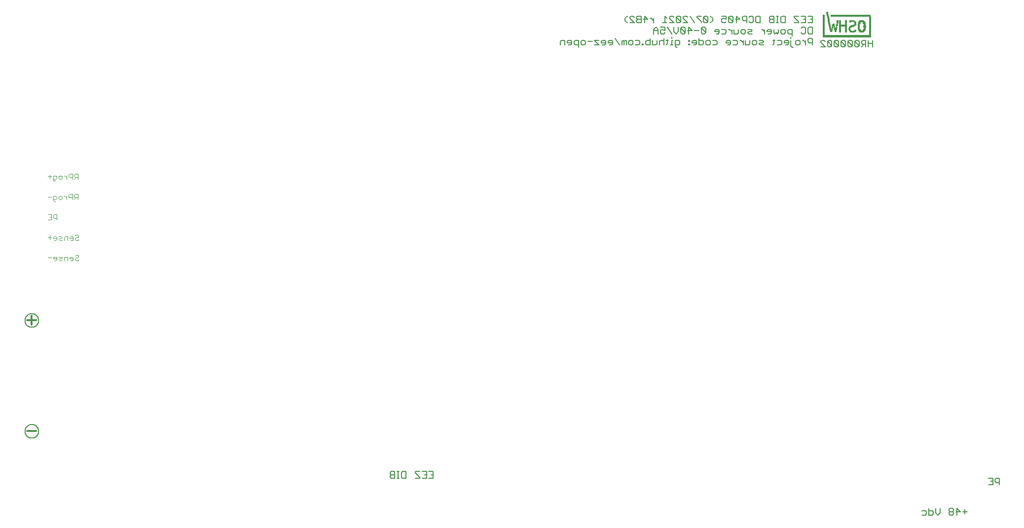
<source format=gbo>
G75*
%MOIN*%
%OFA0B0*%
%FSLAX25Y25*%
%IPPOS*%
%LPD*%
%AMOC8*
5,1,8,0,0,1.08239X$1,22.5*
%
%ADD10C,0.00500*%
%ADD11C,0.00400*%
%ADD12C,0.00800*%
%ADD13C,0.01200*%
%ADD14R,0.32700X0.00300*%
%ADD15R,0.01500X0.00300*%
%ADD16R,0.02700X0.00300*%
%ADD17R,0.03000X0.00300*%
%ADD18R,0.03600X0.00300*%
%ADD19R,0.04200X0.00300*%
%ADD20R,0.04800X0.00300*%
%ADD21R,0.04500X0.00300*%
%ADD22R,0.02100X0.00300*%
%ADD23R,0.01800X0.00300*%
%ADD24R,0.01200X0.00300*%
%ADD25R,0.00600X0.00300*%
%ADD26R,0.00900X0.00300*%
%ADD27R,0.02400X0.00300*%
%ADD28R,0.03300X0.00300*%
%ADD29R,0.05400X0.00300*%
%ADD30R,0.03900X0.00300*%
%ADD31R,0.27000X0.00300*%
%ADD32C,0.00600*%
D10*
X0365802Y0688450D02*
X0368054Y0688450D01*
X0368054Y0692954D01*
X0365802Y0692954D01*
X0365052Y0692203D01*
X0365052Y0691453D01*
X0365802Y0690702D01*
X0368054Y0690702D01*
X0365802Y0690702D02*
X0365052Y0689951D01*
X0365052Y0689201D01*
X0365802Y0688450D01*
X0369622Y0688450D02*
X0371124Y0688450D01*
X0370373Y0688450D02*
X0370373Y0692954D01*
X0371124Y0692954D02*
X0369622Y0692954D01*
X0372725Y0692203D02*
X0373476Y0692954D01*
X0375727Y0692954D01*
X0375727Y0688450D01*
X0373476Y0688450D01*
X0372725Y0689201D01*
X0372725Y0692203D01*
X0381933Y0692203D02*
X0384935Y0689201D01*
X0384935Y0688450D01*
X0381933Y0688450D01*
X0381933Y0692203D02*
X0381933Y0692954D01*
X0384935Y0692954D01*
X0386537Y0692954D02*
X0389539Y0692954D01*
X0389539Y0688450D01*
X0386537Y0688450D01*
X0388038Y0690702D02*
X0389539Y0690702D01*
X0391141Y0692954D02*
X0394143Y0692954D01*
X0394143Y0688450D01*
X0391141Y0688450D01*
X0392642Y0690702D02*
X0394143Y0690702D01*
X0480115Y0981700D02*
X0480115Y0983952D01*
X0480865Y0984703D01*
X0483117Y0984703D01*
X0483117Y0981700D01*
X0484719Y0983201D02*
X0487721Y0983201D01*
X0487721Y0982451D02*
X0487721Y0983952D01*
X0486971Y0984703D01*
X0485469Y0984703D01*
X0484719Y0983952D01*
X0484719Y0983201D01*
X0485469Y0981700D02*
X0486971Y0981700D01*
X0487721Y0982451D01*
X0489323Y0982451D02*
X0490073Y0981700D01*
X0492325Y0981700D01*
X0492325Y0980199D02*
X0492325Y0984703D01*
X0490073Y0984703D01*
X0489323Y0983952D01*
X0489323Y0982451D01*
X0493926Y0982451D02*
X0493926Y0983952D01*
X0494677Y0984703D01*
X0496178Y0984703D01*
X0496929Y0983952D01*
X0496929Y0982451D01*
X0496178Y0981700D01*
X0494677Y0981700D01*
X0493926Y0982451D01*
X0498530Y0983952D02*
X0501533Y0983952D01*
X0503134Y0984703D02*
X0506137Y0981700D01*
X0503134Y0981700D01*
X0503134Y0984703D02*
X0506137Y0984703D01*
X0507738Y0983952D02*
X0507738Y0983201D01*
X0510741Y0983201D01*
X0510741Y0982451D02*
X0510741Y0983952D01*
X0509990Y0984703D01*
X0508489Y0984703D01*
X0507738Y0983952D01*
X0508489Y0981700D02*
X0509990Y0981700D01*
X0510741Y0982451D01*
X0512342Y0983201D02*
X0515345Y0983201D01*
X0515345Y0982451D02*
X0515345Y0983952D01*
X0514594Y0984703D01*
X0513093Y0984703D01*
X0512342Y0983952D01*
X0512342Y0983201D01*
X0513093Y0981700D02*
X0514594Y0981700D01*
X0515345Y0982451D01*
X0516946Y0986204D02*
X0519949Y0981700D01*
X0521550Y0981700D02*
X0521550Y0983952D01*
X0522301Y0984703D01*
X0523051Y0983952D01*
X0523051Y0981700D01*
X0524553Y0981700D02*
X0524553Y0984703D01*
X0523802Y0984703D01*
X0523051Y0983952D01*
X0526154Y0983952D02*
X0526905Y0984703D01*
X0528406Y0984703D01*
X0529157Y0983952D01*
X0529157Y0982451D01*
X0528406Y0981700D01*
X0526905Y0981700D01*
X0526154Y0982451D01*
X0526154Y0983952D01*
X0530758Y0984703D02*
X0533010Y0984703D01*
X0533760Y0983952D01*
X0533760Y0982451D01*
X0533010Y0981700D01*
X0530758Y0981700D01*
X0535312Y0981700D02*
X0536062Y0981700D01*
X0536062Y0982451D01*
X0535312Y0982451D01*
X0535312Y0981700D01*
X0537664Y0982451D02*
X0537664Y0983952D01*
X0538414Y0984703D01*
X0540666Y0984703D01*
X0540666Y0986204D02*
X0540666Y0981700D01*
X0538414Y0981700D01*
X0537664Y0982451D01*
X0542268Y0981700D02*
X0542268Y0984703D01*
X0545270Y0984703D02*
X0545270Y0982451D01*
X0544520Y0981700D01*
X0542268Y0981700D01*
X0546872Y0981700D02*
X0546872Y0983952D01*
X0547622Y0984703D01*
X0549124Y0984703D01*
X0549874Y0983952D01*
X0551442Y0984703D02*
X0552943Y0984703D01*
X0552193Y0985453D02*
X0552193Y0982451D01*
X0551442Y0981700D01*
X0549874Y0981700D02*
X0549874Y0986204D01*
X0549891Y0989200D02*
X0550641Y0989951D01*
X0549891Y0989200D02*
X0548390Y0989200D01*
X0547639Y0989951D01*
X0547639Y0991452D01*
X0548390Y0992203D01*
X0549140Y0992203D01*
X0550641Y0991452D01*
X0550641Y0993704D01*
X0547639Y0993704D01*
X0546038Y0992203D02*
X0544536Y0993704D01*
X0543035Y0992203D01*
X0543035Y0989200D01*
X0543035Y0991452D02*
X0546038Y0991452D01*
X0546038Y0992203D02*
X0546038Y0989200D01*
X0552243Y0993704D02*
X0555245Y0989200D01*
X0556847Y0990701D02*
X0556847Y0993704D01*
X0556780Y0996700D02*
X0553777Y0999703D01*
X0553777Y1000453D01*
X0554528Y1001204D01*
X0556029Y1001204D01*
X0556780Y1000453D01*
X0558381Y1000453D02*
X0561384Y0997451D01*
X0560633Y0996700D01*
X0559132Y0996700D01*
X0558381Y0997451D01*
X0558381Y1000453D01*
X0559132Y1001204D01*
X0560633Y1001204D01*
X0561384Y1000453D01*
X0561384Y0997451D01*
X0562985Y0996700D02*
X0565988Y0996700D01*
X0562985Y0999703D01*
X0562985Y1000453D01*
X0563736Y1001204D01*
X0565237Y1001204D01*
X0565988Y1000453D01*
X0567589Y1001204D02*
X0570592Y0996700D01*
X0572193Y1000453D02*
X0575196Y0997451D01*
X0575196Y0996700D01*
X0576797Y0997451D02*
X0577548Y0996700D01*
X0579049Y0996700D01*
X0579800Y0997451D01*
X0576797Y1000453D01*
X0576797Y0997451D01*
X0576797Y1000453D02*
X0577548Y1001204D01*
X0579049Y1001204D01*
X0579800Y1000453D01*
X0579800Y0997451D01*
X0581368Y0996700D02*
X0582869Y0998201D01*
X0582869Y0999703D01*
X0581368Y1001204D01*
X0575196Y1001204D02*
X0572193Y1001204D01*
X0572193Y1000453D01*
X0576013Y0993704D02*
X0575262Y0992953D01*
X0578265Y0989951D01*
X0577514Y0989200D01*
X0576013Y0989200D01*
X0575262Y0989951D01*
X0575262Y0992953D01*
X0576013Y0993704D02*
X0577514Y0993704D01*
X0578265Y0992953D01*
X0578265Y0989951D01*
X0573661Y0991452D02*
X0570659Y0991452D01*
X0569057Y0991452D02*
X0566055Y0991452D01*
X0564453Y0992953D02*
X0563703Y0993704D01*
X0562201Y0993704D01*
X0561451Y0992953D01*
X0564453Y0989951D01*
X0563703Y0989200D01*
X0562201Y0989200D01*
X0561451Y0989951D01*
X0561451Y0992953D01*
X0559849Y0993704D02*
X0559849Y0990701D01*
X0558348Y0989200D01*
X0556847Y0990701D01*
X0555262Y0986954D02*
X0555262Y0986204D01*
X0555262Y0984703D02*
X0555262Y0981700D01*
X0556013Y0981700D02*
X0554511Y0981700D01*
X0555262Y0984703D02*
X0556013Y0984703D01*
X0557614Y0984703D02*
X0559866Y0984703D01*
X0560617Y0983952D01*
X0560617Y0982451D01*
X0559866Y0981700D01*
X0557614Y0981700D01*
X0557614Y0980949D02*
X0557614Y0984703D01*
X0557614Y0980949D02*
X0558365Y0980199D01*
X0559115Y0980199D01*
X0566772Y0981700D02*
X0567523Y0981700D01*
X0567523Y0982451D01*
X0566772Y0982451D01*
X0566772Y0981700D01*
X0566772Y0983952D02*
X0567523Y0983952D01*
X0567523Y0984703D01*
X0566772Y0984703D01*
X0566772Y0983952D01*
X0569124Y0983952D02*
X0569124Y0983201D01*
X0572126Y0983201D01*
X0572126Y0982451D02*
X0572126Y0983952D01*
X0571376Y0984703D01*
X0569875Y0984703D01*
X0569124Y0983952D01*
X0569875Y0981700D02*
X0571376Y0981700D01*
X0572126Y0982451D01*
X0573728Y0981700D02*
X0575980Y0981700D01*
X0576730Y0982451D01*
X0576730Y0983952D01*
X0575980Y0984703D01*
X0573728Y0984703D01*
X0573728Y0986204D02*
X0573728Y0981700D01*
X0578332Y0982451D02*
X0578332Y0983952D01*
X0579082Y0984703D01*
X0580584Y0984703D01*
X0581334Y0983952D01*
X0581334Y0982451D01*
X0580584Y0981700D01*
X0579082Y0981700D01*
X0578332Y0982451D01*
X0582936Y0981700D02*
X0585188Y0981700D01*
X0585938Y0982451D01*
X0585938Y0983952D01*
X0585188Y0984703D01*
X0582936Y0984703D01*
X0585221Y0989200D02*
X0586722Y0989200D01*
X0587473Y0989951D01*
X0587473Y0991452D01*
X0586722Y0992203D01*
X0585221Y0992203D01*
X0584470Y0991452D01*
X0584470Y0990701D01*
X0587473Y0990701D01*
X0589074Y0989200D02*
X0591326Y0989200D01*
X0592077Y0989951D01*
X0592077Y0991452D01*
X0591326Y0992203D01*
X0589074Y0992203D01*
X0589825Y0996700D02*
X0591326Y0996700D01*
X0592077Y0997451D01*
X0592077Y0998952D02*
X0590576Y0999703D01*
X0589825Y0999703D01*
X0589074Y0998952D01*
X0589074Y0997451D01*
X0589825Y0996700D01*
X0592077Y0998952D02*
X0592077Y1001204D01*
X0589074Y1001204D01*
X0593678Y1000453D02*
X0596681Y0997451D01*
X0595930Y0996700D01*
X0594429Y0996700D01*
X0593678Y0997451D01*
X0593678Y1000453D01*
X0594429Y1001204D01*
X0595930Y1001204D01*
X0596681Y1000453D01*
X0596681Y0997451D01*
X0598282Y0998952D02*
X0601285Y0998952D01*
X0599033Y1001204D01*
X0599033Y0996700D01*
X0602886Y0998952D02*
X0603637Y0998201D01*
X0605889Y0998201D01*
X0605889Y0996700D02*
X0605889Y1001204D01*
X0603637Y1001204D01*
X0602886Y1000453D01*
X0602886Y0998952D01*
X0607490Y1000453D02*
X0608241Y1001204D01*
X0609742Y1001204D01*
X0610492Y1000453D01*
X0610492Y0997451D01*
X0609742Y0996700D01*
X0608241Y0996700D01*
X0607490Y0997451D01*
X0612094Y0997451D02*
X0612094Y1000453D01*
X0612845Y1001204D01*
X0615096Y1001204D01*
X0615096Y0996700D01*
X0612845Y0996700D01*
X0612094Y0997451D01*
X0608975Y0992203D02*
X0606723Y0992203D01*
X0607473Y0990701D02*
X0608975Y0990701D01*
X0609725Y0991452D01*
X0608975Y0992203D01*
X0607473Y0990701D02*
X0606723Y0989951D01*
X0607473Y0989200D01*
X0609725Y0989200D01*
X0610543Y0984703D02*
X0612044Y0984703D01*
X0612794Y0983952D01*
X0612794Y0982451D01*
X0612044Y0981700D01*
X0610543Y0981700D01*
X0609792Y0982451D01*
X0609792Y0983952D01*
X0610543Y0984703D01*
X0608191Y0984703D02*
X0608191Y0982451D01*
X0607440Y0981700D01*
X0605188Y0981700D01*
X0605188Y0984703D01*
X0603587Y0984703D02*
X0603587Y0981700D01*
X0603587Y0983201D02*
X0602085Y0984703D01*
X0601335Y0984703D01*
X0599750Y0983952D02*
X0599750Y0982451D01*
X0598999Y0981700D01*
X0596747Y0981700D01*
X0595146Y0982451D02*
X0595146Y0983952D01*
X0594395Y0984703D01*
X0592894Y0984703D01*
X0592144Y0983952D01*
X0592144Y0983201D01*
X0595146Y0983201D01*
X0595146Y0982451D02*
X0594395Y0981700D01*
X0592894Y0981700D01*
X0596747Y0984703D02*
X0598999Y0984703D01*
X0599750Y0983952D01*
X0599767Y0989200D02*
X0597515Y0989200D01*
X0597515Y0992203D01*
X0595913Y0992203D02*
X0595913Y0989200D01*
X0595913Y0990701D02*
X0594412Y0992203D01*
X0593661Y0992203D01*
X0599767Y0989200D02*
X0600517Y0989951D01*
X0600517Y0992203D01*
X0602119Y0991452D02*
X0602869Y0992203D01*
X0604371Y0992203D01*
X0605121Y0991452D01*
X0605121Y0989951D01*
X0604371Y0989200D01*
X0602869Y0989200D01*
X0602119Y0989951D01*
X0602119Y0991452D01*
X0615914Y0992203D02*
X0616664Y0992203D01*
X0618166Y0990701D01*
X0618166Y0989200D02*
X0618166Y0992203D01*
X0619767Y0991452D02*
X0619767Y0990701D01*
X0622770Y0990701D01*
X0622770Y0989951D02*
X0622770Y0991452D01*
X0622019Y0992203D01*
X0620518Y0992203D01*
X0619767Y0991452D01*
X0620518Y0989200D02*
X0622019Y0989200D01*
X0622770Y0989951D01*
X0624371Y0989951D02*
X0624371Y0992203D01*
X0624371Y0989951D02*
X0625122Y0989200D01*
X0625872Y0989951D01*
X0626623Y0989200D01*
X0627374Y0989951D01*
X0627374Y0992203D01*
X0628975Y0991452D02*
X0629726Y0992203D01*
X0631227Y0992203D01*
X0631977Y0991452D01*
X0631977Y0989951D01*
X0631227Y0989200D01*
X0629726Y0989200D01*
X0628975Y0989951D01*
X0628975Y0991452D01*
X0633579Y0991452D02*
X0633579Y0989951D01*
X0634329Y0989200D01*
X0636581Y0989200D01*
X0636581Y0987699D02*
X0636581Y0992203D01*
X0634329Y0992203D01*
X0633579Y0991452D01*
X0635847Y0986954D02*
X0635847Y0986204D01*
X0635847Y0984703D02*
X0635847Y0980949D01*
X0636598Y0980199D01*
X0637349Y0980199D01*
X0638950Y0982451D02*
X0638950Y0983952D01*
X0639701Y0984703D01*
X0641202Y0984703D01*
X0641953Y0983952D01*
X0641953Y0982451D01*
X0641202Y0981700D01*
X0639701Y0981700D01*
X0638950Y0982451D01*
X0634279Y0982451D02*
X0634279Y0983952D01*
X0633529Y0984703D01*
X0632028Y0984703D01*
X0631277Y0983952D01*
X0631277Y0983201D01*
X0634279Y0983201D01*
X0634279Y0982451D02*
X0633529Y0981700D01*
X0632028Y0981700D01*
X0629676Y0982451D02*
X0628925Y0981700D01*
X0626673Y0981700D01*
X0624321Y0982451D02*
X0623570Y0981700D01*
X0624321Y0982451D02*
X0624321Y0985453D01*
X0625072Y0984703D02*
X0623570Y0984703D01*
X0626673Y0984703D02*
X0628925Y0984703D01*
X0629676Y0983952D01*
X0629676Y0982451D01*
X0643537Y0984703D02*
X0644288Y0984703D01*
X0645789Y0983201D01*
X0645789Y0981700D02*
X0645789Y0984703D01*
X0647391Y0985453D02*
X0647391Y0983952D01*
X0648141Y0983201D01*
X0650393Y0983201D01*
X0650393Y0981700D02*
X0650393Y0986204D01*
X0648141Y0986204D01*
X0647391Y0985453D01*
X0648141Y0989200D02*
X0647391Y0989951D01*
X0647391Y0992953D01*
X0648141Y0993704D01*
X0650393Y0993704D01*
X0650393Y0989200D01*
X0648141Y0989200D01*
X0645789Y0989951D02*
X0645039Y0989200D01*
X0643537Y0989200D01*
X0642787Y0989951D01*
X0642787Y0992953D02*
X0643537Y0993704D01*
X0645039Y0993704D01*
X0645789Y0992953D01*
X0645789Y0989951D01*
X0645789Y0996700D02*
X0642787Y0996700D01*
X0641185Y0996700D02*
X0638183Y0996700D01*
X0641185Y0996700D02*
X0641185Y0997451D01*
X0638183Y1000453D01*
X0638183Y1001204D01*
X0641185Y1001204D01*
X0642787Y1001204D02*
X0645789Y1001204D01*
X0645789Y0996700D01*
X0647391Y0996700D02*
X0650393Y0996700D01*
X0650393Y1001204D01*
X0647391Y1001204D01*
X0648892Y0998952D02*
X0650393Y0998952D01*
X0645789Y0998952D02*
X0644288Y0998952D01*
X0631977Y1001204D02*
X0629726Y1001204D01*
X0628975Y1000453D01*
X0628975Y0997451D01*
X0629726Y0996700D01*
X0631977Y0996700D01*
X0631977Y1001204D01*
X0627374Y1001204D02*
X0625872Y1001204D01*
X0626623Y1001204D02*
X0626623Y0996700D01*
X0627374Y0996700D02*
X0625872Y0996700D01*
X0624304Y0996700D02*
X0622052Y0996700D01*
X0621302Y0997451D01*
X0621302Y0998201D01*
X0622052Y0998952D01*
X0624304Y0998952D01*
X0622052Y0998952D02*
X0621302Y0999703D01*
X0621302Y1000453D01*
X0622052Y1001204D01*
X0624304Y1001204D01*
X0624304Y0996700D01*
X0616648Y0984703D02*
X0614396Y0984703D01*
X0615146Y0983201D02*
X0616648Y0983201D01*
X0617398Y0983952D01*
X0616648Y0984703D01*
X0615146Y0983201D02*
X0614396Y0982451D01*
X0615146Y0981700D01*
X0617398Y0981700D01*
X0569057Y0991452D02*
X0566805Y0993704D01*
X0566805Y0989200D01*
X0564453Y0989951D02*
X0564453Y0992953D01*
X0556780Y0996700D02*
X0553777Y0996700D01*
X0552176Y0996700D02*
X0549174Y0996700D01*
X0550675Y0996700D02*
X0550675Y1001204D01*
X0552176Y0999703D01*
X0542968Y0999703D02*
X0542968Y0996700D01*
X0542968Y0998201D02*
X0541467Y0999703D01*
X0540716Y0999703D01*
X0539132Y0998952D02*
X0536129Y0998952D01*
X0534528Y0998952D02*
X0532276Y0998952D01*
X0531525Y0998201D01*
X0531525Y0997451D01*
X0532276Y0996700D01*
X0534528Y0996700D01*
X0534528Y1001204D01*
X0532276Y1001204D01*
X0531525Y1000453D01*
X0531525Y0999703D01*
X0532276Y0998952D01*
X0529924Y1000453D02*
X0529173Y1001204D01*
X0527672Y1001204D01*
X0526921Y1000453D01*
X0526921Y0999703D01*
X0529924Y0996700D01*
X0526921Y0996700D01*
X0525320Y0996700D02*
X0523819Y0998201D01*
X0523819Y0999703D01*
X0525320Y1001204D01*
X0536880Y1001204D02*
X0539132Y0998952D01*
X0536880Y0996700D02*
X0536880Y1001204D01*
X0769237Y0688554D02*
X0772239Y0688554D01*
X0772239Y0684050D01*
X0769237Y0684050D01*
X0770738Y0686302D02*
X0772239Y0686302D01*
X0773841Y0686302D02*
X0774591Y0685551D01*
X0776843Y0685551D01*
X0776843Y0684050D02*
X0776843Y0688554D01*
X0774591Y0688554D01*
X0773841Y0687803D01*
X0773841Y0686302D01*
X0753476Y0667287D02*
X0753476Y0664285D01*
X0754977Y0665786D02*
X0751974Y0665786D01*
X0750373Y0665786D02*
X0747371Y0665786D01*
X0745769Y0665036D02*
X0745019Y0665786D01*
X0743517Y0665786D01*
X0742767Y0665036D01*
X0742767Y0664285D01*
X0743517Y0663534D01*
X0745019Y0663534D01*
X0745769Y0664285D01*
X0745769Y0665036D01*
X0745019Y0665786D02*
X0745769Y0666537D01*
X0745769Y0667287D01*
X0745019Y0668038D01*
X0743517Y0668038D01*
X0742767Y0667287D01*
X0742767Y0666537D01*
X0743517Y0665786D01*
X0748121Y0663534D02*
X0748121Y0668038D01*
X0750373Y0665786D01*
X0736561Y0665036D02*
X0735060Y0663534D01*
X0733559Y0665036D01*
X0733559Y0668038D01*
X0731957Y0665786D02*
X0731207Y0666537D01*
X0728955Y0666537D01*
X0728955Y0668038D02*
X0728955Y0663534D01*
X0731207Y0663534D01*
X0731957Y0664285D01*
X0731957Y0665786D01*
X0727353Y0665786D02*
X0727353Y0664285D01*
X0726603Y0663534D01*
X0724351Y0663534D01*
X0724351Y0666537D02*
X0726603Y0666537D01*
X0727353Y0665786D01*
X0736561Y0665036D02*
X0736561Y0668038D01*
D11*
X0154492Y0836451D02*
X0153892Y0835850D01*
X0152691Y0835850D01*
X0152090Y0836451D01*
X0152090Y0837051D01*
X0152691Y0837652D01*
X0153892Y0837652D01*
X0154492Y0838252D01*
X0154492Y0838853D01*
X0153892Y0839453D01*
X0152691Y0839453D01*
X0152090Y0838853D01*
X0150809Y0837652D02*
X0150208Y0838252D01*
X0149007Y0838252D01*
X0148407Y0837652D01*
X0148407Y0837051D01*
X0150809Y0837051D01*
X0150809Y0836451D02*
X0150809Y0837652D01*
X0150809Y0836451D02*
X0150208Y0835850D01*
X0149007Y0835850D01*
X0147126Y0835850D02*
X0147126Y0838252D01*
X0145324Y0838252D01*
X0144724Y0837652D01*
X0144724Y0835850D01*
X0143443Y0835850D02*
X0141641Y0835850D01*
X0141041Y0836451D01*
X0141641Y0837051D01*
X0142842Y0837051D01*
X0143443Y0837652D01*
X0142842Y0838252D01*
X0141041Y0838252D01*
X0139759Y0837652D02*
X0139159Y0838252D01*
X0137958Y0838252D01*
X0137357Y0837652D01*
X0137357Y0837051D01*
X0139759Y0837051D01*
X0139759Y0836451D02*
X0139759Y0837652D01*
X0139759Y0836451D02*
X0139159Y0835850D01*
X0137958Y0835850D01*
X0136076Y0837652D02*
X0133674Y0837652D01*
X0134875Y0850201D02*
X0134875Y0852603D01*
X0136076Y0851402D02*
X0133674Y0851402D01*
X0137357Y0851402D02*
X0137357Y0850801D01*
X0139759Y0850801D01*
X0139759Y0850201D02*
X0139759Y0851402D01*
X0139159Y0852002D01*
X0137958Y0852002D01*
X0137357Y0851402D01*
X0137958Y0849600D02*
X0139159Y0849600D01*
X0139759Y0850201D01*
X0141041Y0850201D02*
X0141641Y0850801D01*
X0142842Y0850801D01*
X0143443Y0851402D01*
X0142842Y0852002D01*
X0141041Y0852002D01*
X0141041Y0850201D02*
X0141641Y0849600D01*
X0143443Y0849600D01*
X0144724Y0849600D02*
X0144724Y0851402D01*
X0145324Y0852002D01*
X0147126Y0852002D01*
X0147126Y0849600D01*
X0148407Y0850801D02*
X0150809Y0850801D01*
X0150809Y0850201D02*
X0150809Y0851402D01*
X0150208Y0852002D01*
X0149007Y0852002D01*
X0148407Y0851402D01*
X0148407Y0850801D01*
X0149007Y0849600D02*
X0150208Y0849600D01*
X0150809Y0850201D01*
X0152090Y0850201D02*
X0152691Y0849600D01*
X0153892Y0849600D01*
X0154492Y0850201D01*
X0153892Y0851402D02*
X0152691Y0851402D01*
X0152090Y0850801D01*
X0152090Y0850201D01*
X0153892Y0851402D02*
X0154492Y0852002D01*
X0154492Y0852603D01*
X0153892Y0853203D01*
X0152691Y0853203D01*
X0152090Y0852603D01*
X0139759Y0863350D02*
X0139759Y0866953D01*
X0137958Y0866953D01*
X0137357Y0866353D01*
X0137357Y0865152D01*
X0137958Y0864551D01*
X0139759Y0864551D01*
X0136076Y0865152D02*
X0134875Y0865152D01*
X0133674Y0866953D02*
X0136076Y0866953D01*
X0136076Y0863350D01*
X0133674Y0863350D01*
X0137958Y0875899D02*
X0137357Y0876499D01*
X0137357Y0879502D01*
X0139159Y0879502D01*
X0139759Y0878902D01*
X0139759Y0877701D01*
X0139159Y0877100D01*
X0137357Y0877100D01*
X0137958Y0875899D02*
X0138558Y0875899D01*
X0141041Y0877701D02*
X0141041Y0878902D01*
X0141641Y0879502D01*
X0142842Y0879502D01*
X0143443Y0878902D01*
X0143443Y0877701D01*
X0142842Y0877100D01*
X0141641Y0877100D01*
X0141041Y0877701D01*
X0144710Y0879502D02*
X0145311Y0879502D01*
X0146512Y0878301D01*
X0146512Y0877100D02*
X0146512Y0879502D01*
X0147793Y0878902D02*
X0148394Y0878301D01*
X0150195Y0878301D01*
X0150195Y0877100D02*
X0150195Y0880703D01*
X0148394Y0880703D01*
X0147793Y0880103D01*
X0147793Y0878902D01*
X0151476Y0878902D02*
X0152077Y0878301D01*
X0153878Y0878301D01*
X0152677Y0878301D02*
X0151476Y0877100D01*
X0151476Y0878902D02*
X0151476Y0880103D01*
X0152077Y0880703D01*
X0153878Y0880703D01*
X0153878Y0877100D01*
X0153878Y0890850D02*
X0153878Y0894453D01*
X0152077Y0894453D01*
X0151476Y0893853D01*
X0151476Y0892652D01*
X0152077Y0892051D01*
X0153878Y0892051D01*
X0152677Y0892051D02*
X0151476Y0890850D01*
X0150195Y0890850D02*
X0150195Y0894453D01*
X0148394Y0894453D01*
X0147793Y0893853D01*
X0147793Y0892652D01*
X0148394Y0892051D01*
X0150195Y0892051D01*
X0146512Y0892051D02*
X0145311Y0893252D01*
X0144710Y0893252D01*
X0143443Y0892652D02*
X0143443Y0891451D01*
X0142842Y0890850D01*
X0141641Y0890850D01*
X0141041Y0891451D01*
X0141041Y0892652D01*
X0141641Y0893252D01*
X0142842Y0893252D01*
X0143443Y0892652D01*
X0146512Y0893252D02*
X0146512Y0890850D01*
X0139759Y0891451D02*
X0139159Y0890850D01*
X0137357Y0890850D01*
X0137357Y0890249D02*
X0137357Y0893252D01*
X0139159Y0893252D01*
X0139759Y0892652D01*
X0139759Y0891451D01*
X0138558Y0889649D02*
X0137958Y0889649D01*
X0137357Y0890249D01*
X0136076Y0892652D02*
X0133674Y0892652D01*
X0134875Y0893853D02*
X0134875Y0891451D01*
X0136076Y0878902D02*
X0133674Y0878902D01*
D12*
X0118243Y0795300D02*
X0118245Y0795435D01*
X0118251Y0795570D01*
X0118261Y0795705D01*
X0118275Y0795839D01*
X0118292Y0795973D01*
X0118314Y0796106D01*
X0118340Y0796239D01*
X0118369Y0796371D01*
X0118403Y0796501D01*
X0118440Y0796631D01*
X0118481Y0796760D01*
X0118526Y0796887D01*
X0118574Y0797013D01*
X0118626Y0797138D01*
X0118682Y0797261D01*
X0118741Y0797382D01*
X0118804Y0797502D01*
X0118871Y0797619D01*
X0118940Y0797735D01*
X0119014Y0797849D01*
X0119090Y0797960D01*
X0119170Y0798069D01*
X0119253Y0798176D01*
X0119339Y0798280D01*
X0119428Y0798381D01*
X0119519Y0798480D01*
X0119614Y0798576D01*
X0119712Y0798670D01*
X0119812Y0798760D01*
X0119915Y0798848D01*
X0120020Y0798932D01*
X0120128Y0799014D01*
X0120238Y0799092D01*
X0120351Y0799166D01*
X0120465Y0799238D01*
X0120582Y0799306D01*
X0120701Y0799371D01*
X0120821Y0799432D01*
X0120943Y0799489D01*
X0121067Y0799543D01*
X0121192Y0799594D01*
X0121319Y0799640D01*
X0121447Y0799683D01*
X0121577Y0799722D01*
X0121707Y0799757D01*
X0121838Y0799789D01*
X0121970Y0799816D01*
X0122103Y0799840D01*
X0122237Y0799860D01*
X0122371Y0799876D01*
X0122506Y0799888D01*
X0122640Y0799896D01*
X0122775Y0799900D01*
X0122911Y0799900D01*
X0123046Y0799896D01*
X0123180Y0799888D01*
X0123315Y0799876D01*
X0123449Y0799860D01*
X0123583Y0799840D01*
X0123716Y0799816D01*
X0123848Y0799789D01*
X0123979Y0799757D01*
X0124109Y0799722D01*
X0124239Y0799683D01*
X0124367Y0799640D01*
X0124494Y0799594D01*
X0124619Y0799543D01*
X0124743Y0799489D01*
X0124865Y0799432D01*
X0124985Y0799371D01*
X0125104Y0799306D01*
X0125221Y0799238D01*
X0125335Y0799166D01*
X0125448Y0799092D01*
X0125558Y0799014D01*
X0125666Y0798932D01*
X0125771Y0798848D01*
X0125874Y0798760D01*
X0125974Y0798670D01*
X0126072Y0798576D01*
X0126167Y0798480D01*
X0126258Y0798381D01*
X0126347Y0798280D01*
X0126433Y0798176D01*
X0126516Y0798069D01*
X0126596Y0797960D01*
X0126672Y0797849D01*
X0126746Y0797735D01*
X0126815Y0797619D01*
X0126882Y0797502D01*
X0126945Y0797382D01*
X0127004Y0797261D01*
X0127060Y0797138D01*
X0127112Y0797013D01*
X0127160Y0796887D01*
X0127205Y0796760D01*
X0127246Y0796631D01*
X0127283Y0796501D01*
X0127317Y0796371D01*
X0127346Y0796239D01*
X0127372Y0796106D01*
X0127394Y0795973D01*
X0127411Y0795839D01*
X0127425Y0795705D01*
X0127435Y0795570D01*
X0127441Y0795435D01*
X0127443Y0795300D01*
X0127441Y0795165D01*
X0127435Y0795030D01*
X0127425Y0794895D01*
X0127411Y0794761D01*
X0127394Y0794627D01*
X0127372Y0794494D01*
X0127346Y0794361D01*
X0127317Y0794229D01*
X0127283Y0794099D01*
X0127246Y0793969D01*
X0127205Y0793840D01*
X0127160Y0793713D01*
X0127112Y0793587D01*
X0127060Y0793462D01*
X0127004Y0793339D01*
X0126945Y0793218D01*
X0126882Y0793098D01*
X0126815Y0792981D01*
X0126746Y0792865D01*
X0126672Y0792751D01*
X0126596Y0792640D01*
X0126516Y0792531D01*
X0126433Y0792424D01*
X0126347Y0792320D01*
X0126258Y0792219D01*
X0126167Y0792120D01*
X0126072Y0792024D01*
X0125974Y0791930D01*
X0125874Y0791840D01*
X0125771Y0791752D01*
X0125666Y0791668D01*
X0125558Y0791586D01*
X0125448Y0791508D01*
X0125335Y0791434D01*
X0125221Y0791362D01*
X0125104Y0791294D01*
X0124985Y0791229D01*
X0124865Y0791168D01*
X0124743Y0791111D01*
X0124619Y0791057D01*
X0124494Y0791006D01*
X0124367Y0790960D01*
X0124239Y0790917D01*
X0124109Y0790878D01*
X0123979Y0790843D01*
X0123848Y0790811D01*
X0123716Y0790784D01*
X0123583Y0790760D01*
X0123449Y0790740D01*
X0123315Y0790724D01*
X0123180Y0790712D01*
X0123046Y0790704D01*
X0122911Y0790700D01*
X0122775Y0790700D01*
X0122640Y0790704D01*
X0122506Y0790712D01*
X0122371Y0790724D01*
X0122237Y0790740D01*
X0122103Y0790760D01*
X0121970Y0790784D01*
X0121838Y0790811D01*
X0121707Y0790843D01*
X0121577Y0790878D01*
X0121447Y0790917D01*
X0121319Y0790960D01*
X0121192Y0791006D01*
X0121067Y0791057D01*
X0120943Y0791111D01*
X0120821Y0791168D01*
X0120701Y0791229D01*
X0120582Y0791294D01*
X0120465Y0791362D01*
X0120351Y0791434D01*
X0120238Y0791508D01*
X0120128Y0791586D01*
X0120020Y0791668D01*
X0119915Y0791752D01*
X0119812Y0791840D01*
X0119712Y0791930D01*
X0119614Y0792024D01*
X0119519Y0792120D01*
X0119428Y0792219D01*
X0119339Y0792320D01*
X0119253Y0792424D01*
X0119170Y0792531D01*
X0119090Y0792640D01*
X0119014Y0792751D01*
X0118940Y0792865D01*
X0118871Y0792981D01*
X0118804Y0793098D01*
X0118741Y0793218D01*
X0118682Y0793339D01*
X0118626Y0793462D01*
X0118574Y0793587D01*
X0118526Y0793713D01*
X0118481Y0793840D01*
X0118440Y0793969D01*
X0118403Y0794099D01*
X0118369Y0794229D01*
X0118340Y0794361D01*
X0118314Y0794494D01*
X0118292Y0794627D01*
X0118275Y0794761D01*
X0118261Y0794895D01*
X0118251Y0795030D01*
X0118245Y0795165D01*
X0118243Y0795300D01*
X0118243Y0720300D02*
X0118245Y0720435D01*
X0118251Y0720570D01*
X0118261Y0720705D01*
X0118275Y0720839D01*
X0118292Y0720973D01*
X0118314Y0721106D01*
X0118340Y0721239D01*
X0118369Y0721371D01*
X0118403Y0721501D01*
X0118440Y0721631D01*
X0118481Y0721760D01*
X0118526Y0721887D01*
X0118574Y0722013D01*
X0118626Y0722138D01*
X0118682Y0722261D01*
X0118741Y0722382D01*
X0118804Y0722502D01*
X0118871Y0722619D01*
X0118940Y0722735D01*
X0119014Y0722849D01*
X0119090Y0722960D01*
X0119170Y0723069D01*
X0119253Y0723176D01*
X0119339Y0723280D01*
X0119428Y0723381D01*
X0119519Y0723480D01*
X0119614Y0723576D01*
X0119712Y0723670D01*
X0119812Y0723760D01*
X0119915Y0723848D01*
X0120020Y0723932D01*
X0120128Y0724014D01*
X0120238Y0724092D01*
X0120351Y0724166D01*
X0120465Y0724238D01*
X0120582Y0724306D01*
X0120701Y0724371D01*
X0120821Y0724432D01*
X0120943Y0724489D01*
X0121067Y0724543D01*
X0121192Y0724594D01*
X0121319Y0724640D01*
X0121447Y0724683D01*
X0121577Y0724722D01*
X0121707Y0724757D01*
X0121838Y0724789D01*
X0121970Y0724816D01*
X0122103Y0724840D01*
X0122237Y0724860D01*
X0122371Y0724876D01*
X0122506Y0724888D01*
X0122640Y0724896D01*
X0122775Y0724900D01*
X0122911Y0724900D01*
X0123046Y0724896D01*
X0123180Y0724888D01*
X0123315Y0724876D01*
X0123449Y0724860D01*
X0123583Y0724840D01*
X0123716Y0724816D01*
X0123848Y0724789D01*
X0123979Y0724757D01*
X0124109Y0724722D01*
X0124239Y0724683D01*
X0124367Y0724640D01*
X0124494Y0724594D01*
X0124619Y0724543D01*
X0124743Y0724489D01*
X0124865Y0724432D01*
X0124985Y0724371D01*
X0125104Y0724306D01*
X0125221Y0724238D01*
X0125335Y0724166D01*
X0125448Y0724092D01*
X0125558Y0724014D01*
X0125666Y0723932D01*
X0125771Y0723848D01*
X0125874Y0723760D01*
X0125974Y0723670D01*
X0126072Y0723576D01*
X0126167Y0723480D01*
X0126258Y0723381D01*
X0126347Y0723280D01*
X0126433Y0723176D01*
X0126516Y0723069D01*
X0126596Y0722960D01*
X0126672Y0722849D01*
X0126746Y0722735D01*
X0126815Y0722619D01*
X0126882Y0722502D01*
X0126945Y0722382D01*
X0127004Y0722261D01*
X0127060Y0722138D01*
X0127112Y0722013D01*
X0127160Y0721887D01*
X0127205Y0721760D01*
X0127246Y0721631D01*
X0127283Y0721501D01*
X0127317Y0721371D01*
X0127346Y0721239D01*
X0127372Y0721106D01*
X0127394Y0720973D01*
X0127411Y0720839D01*
X0127425Y0720705D01*
X0127435Y0720570D01*
X0127441Y0720435D01*
X0127443Y0720300D01*
X0127441Y0720165D01*
X0127435Y0720030D01*
X0127425Y0719895D01*
X0127411Y0719761D01*
X0127394Y0719627D01*
X0127372Y0719494D01*
X0127346Y0719361D01*
X0127317Y0719229D01*
X0127283Y0719099D01*
X0127246Y0718969D01*
X0127205Y0718840D01*
X0127160Y0718713D01*
X0127112Y0718587D01*
X0127060Y0718462D01*
X0127004Y0718339D01*
X0126945Y0718218D01*
X0126882Y0718098D01*
X0126815Y0717981D01*
X0126746Y0717865D01*
X0126672Y0717751D01*
X0126596Y0717640D01*
X0126516Y0717531D01*
X0126433Y0717424D01*
X0126347Y0717320D01*
X0126258Y0717219D01*
X0126167Y0717120D01*
X0126072Y0717024D01*
X0125974Y0716930D01*
X0125874Y0716840D01*
X0125771Y0716752D01*
X0125666Y0716668D01*
X0125558Y0716586D01*
X0125448Y0716508D01*
X0125335Y0716434D01*
X0125221Y0716362D01*
X0125104Y0716294D01*
X0124985Y0716229D01*
X0124865Y0716168D01*
X0124743Y0716111D01*
X0124619Y0716057D01*
X0124494Y0716006D01*
X0124367Y0715960D01*
X0124239Y0715917D01*
X0124109Y0715878D01*
X0123979Y0715843D01*
X0123848Y0715811D01*
X0123716Y0715784D01*
X0123583Y0715760D01*
X0123449Y0715740D01*
X0123315Y0715724D01*
X0123180Y0715712D01*
X0123046Y0715704D01*
X0122911Y0715700D01*
X0122775Y0715700D01*
X0122640Y0715704D01*
X0122506Y0715712D01*
X0122371Y0715724D01*
X0122237Y0715740D01*
X0122103Y0715760D01*
X0121970Y0715784D01*
X0121838Y0715811D01*
X0121707Y0715843D01*
X0121577Y0715878D01*
X0121447Y0715917D01*
X0121319Y0715960D01*
X0121192Y0716006D01*
X0121067Y0716057D01*
X0120943Y0716111D01*
X0120821Y0716168D01*
X0120701Y0716229D01*
X0120582Y0716294D01*
X0120465Y0716362D01*
X0120351Y0716434D01*
X0120238Y0716508D01*
X0120128Y0716586D01*
X0120020Y0716668D01*
X0119915Y0716752D01*
X0119812Y0716840D01*
X0119712Y0716930D01*
X0119614Y0717024D01*
X0119519Y0717120D01*
X0119428Y0717219D01*
X0119339Y0717320D01*
X0119253Y0717424D01*
X0119170Y0717531D01*
X0119090Y0717640D01*
X0119014Y0717751D01*
X0118940Y0717865D01*
X0118871Y0717981D01*
X0118804Y0718098D01*
X0118741Y0718218D01*
X0118682Y0718339D01*
X0118626Y0718462D01*
X0118574Y0718587D01*
X0118526Y0718713D01*
X0118481Y0718840D01*
X0118440Y0718969D01*
X0118403Y0719099D01*
X0118369Y0719229D01*
X0118340Y0719361D01*
X0118314Y0719494D01*
X0118292Y0719627D01*
X0118275Y0719761D01*
X0118261Y0719895D01*
X0118251Y0720030D01*
X0118245Y0720165D01*
X0118243Y0720300D01*
D13*
X0119843Y0720300D02*
X0125843Y0720300D01*
X0122843Y0792300D02*
X0122843Y0798300D01*
X0119843Y0795300D02*
X0125843Y0795300D01*
D14*
X0673643Y0986850D03*
X0673643Y0987150D03*
X0673643Y0987450D03*
X0673643Y0987750D03*
X0673643Y0988050D03*
D15*
X0673043Y0990150D03*
X0673043Y0990450D03*
X0673043Y0990750D03*
X0673043Y0991050D03*
X0673043Y0991350D03*
X0673043Y0991650D03*
X0673043Y0991950D03*
X0673043Y0992250D03*
X0673043Y0992550D03*
X0673043Y0992850D03*
X0673043Y0993150D03*
X0673043Y0993450D03*
X0673043Y0993750D03*
X0673043Y0995250D03*
X0673043Y0995550D03*
X0673043Y0995850D03*
X0673043Y0996150D03*
X0673043Y0996450D03*
X0673043Y0996750D03*
X0673043Y0997050D03*
X0673043Y0997350D03*
X0673043Y0997650D03*
X0673043Y0997950D03*
X0669143Y0997950D03*
X0669143Y0997650D03*
X0669143Y0997350D03*
X0669143Y0997050D03*
X0669143Y0996750D03*
X0669143Y0996450D03*
X0669143Y0996150D03*
X0669143Y0995850D03*
X0669143Y0995550D03*
X0669143Y0995250D03*
X0669143Y0993750D03*
X0669143Y0993450D03*
X0669143Y0993150D03*
X0669143Y0992850D03*
X0669143Y0992550D03*
X0669143Y0992250D03*
X0669143Y0991950D03*
X0669143Y0991650D03*
X0669143Y0991350D03*
X0669143Y0991050D03*
X0669143Y0990750D03*
X0669143Y0990450D03*
X0669143Y0990150D03*
X0666143Y0990450D03*
X0666143Y0990750D03*
X0666143Y0991050D03*
X0666143Y0991350D03*
X0663143Y0990750D03*
X0663143Y0990450D03*
X0664643Y0995250D03*
X0664643Y0995550D03*
X0664643Y0995850D03*
X0661643Y0996750D03*
X0658043Y0996750D03*
X0658043Y0997050D03*
X0658043Y0997350D03*
X0658043Y0997650D03*
X0658043Y0997950D03*
X0658043Y0998250D03*
X0658043Y0998550D03*
X0658043Y0998850D03*
X0658043Y0999150D03*
X0658043Y0999450D03*
X0658043Y0999750D03*
X0658043Y1000050D03*
X0658043Y1000350D03*
X0658043Y1000650D03*
X0658043Y1000950D03*
X0658043Y1001250D03*
X0658043Y1001550D03*
X0658043Y1001850D03*
X0660443Y1002450D03*
X0660743Y1000950D03*
X0658043Y0996450D03*
X0658043Y0996150D03*
X0658043Y0995850D03*
X0658043Y0995550D03*
X0658043Y0995250D03*
X0658043Y0994950D03*
X0658043Y0994650D03*
X0658043Y0994350D03*
X0658043Y0994050D03*
X0658043Y0993750D03*
X0658043Y0993450D03*
X0658043Y0993150D03*
X0658043Y0992850D03*
X0658043Y0992550D03*
X0658043Y0992250D03*
X0658043Y0991950D03*
X0658043Y0991650D03*
X0658043Y0991350D03*
X0658043Y0991050D03*
X0658043Y0990750D03*
X0658043Y0990450D03*
X0658043Y0990150D03*
X0658043Y0989850D03*
X0658043Y0989550D03*
X0658043Y0989250D03*
X0658043Y0988950D03*
X0658043Y0988650D03*
X0658043Y0988350D03*
X0675443Y0991950D03*
X0675443Y0992250D03*
X0675443Y0992550D03*
X0675443Y0992850D03*
X0675743Y0993150D03*
X0675743Y0991350D03*
X0679343Y0995550D03*
X0679343Y0995850D03*
X0679343Y0996150D03*
X0679343Y0996450D03*
X0681743Y0995550D03*
X0681743Y0995250D03*
X0681743Y0994950D03*
X0681743Y0994650D03*
X0681743Y0994350D03*
X0681743Y0994050D03*
X0681743Y0993750D03*
X0681743Y0993450D03*
X0681743Y0993150D03*
X0681743Y0992850D03*
X0681743Y0992550D03*
X0685643Y0992550D03*
X0685643Y0992850D03*
X0685643Y0993150D03*
X0685643Y0994950D03*
X0685643Y0995250D03*
X0685643Y0995550D03*
X0683843Y0998250D03*
X0682043Y0996450D03*
X0689243Y0996450D03*
X0689243Y0996750D03*
X0689243Y0997050D03*
X0689243Y0997350D03*
X0689243Y0997650D03*
X0689243Y0997950D03*
X0689243Y0998250D03*
X0689243Y0998550D03*
X0689243Y0998850D03*
X0689243Y0999150D03*
X0689243Y0999450D03*
X0689243Y0999750D03*
X0689243Y1000050D03*
X0689243Y1000350D03*
X0689243Y0996150D03*
X0689243Y0995850D03*
X0689243Y0995550D03*
X0689243Y0995250D03*
X0689243Y0994950D03*
X0689243Y0994650D03*
X0689243Y0994350D03*
X0689243Y0994050D03*
X0689243Y0993750D03*
X0689243Y0993450D03*
X0689243Y0993150D03*
X0689243Y0992850D03*
X0689243Y0992550D03*
X0689243Y0992250D03*
X0689243Y0991950D03*
X0689243Y0991650D03*
X0689243Y0991350D03*
X0689243Y0991050D03*
X0689243Y0990750D03*
X0689243Y0990450D03*
X0689243Y0990150D03*
X0689243Y0989850D03*
X0689243Y0989550D03*
X0689243Y0989250D03*
X0689243Y0988950D03*
X0689243Y0988650D03*
X0689243Y0988350D03*
D16*
X0683843Y0990150D03*
D17*
X0677693Y0990150D03*
X0677093Y0997950D03*
X0683693Y0997950D03*
D18*
X0683693Y0997650D03*
X0677693Y0994350D03*
X0677093Y0994050D03*
X0683693Y0990450D03*
D19*
X0683693Y0990750D03*
X0677693Y0990450D03*
X0677393Y0997350D03*
X0683693Y0997350D03*
D20*
X0683693Y0997050D03*
X0677693Y0990750D03*
D21*
X0683843Y0991050D03*
D22*
X0682343Y0991350D03*
X0679043Y0991050D03*
X0676043Y0991050D03*
X0676043Y0993450D03*
X0678743Y0994950D03*
X0666143Y0992850D03*
X0666143Y0992550D03*
X0666143Y0992250D03*
X0664643Y0994050D03*
X0664643Y0994350D03*
X0663143Y0992250D03*
X0663143Y0991950D03*
D23*
X0662993Y0991650D03*
X0662993Y0991350D03*
X0662993Y0991050D03*
X0665993Y0991650D03*
X0665993Y0991950D03*
X0664493Y0994650D03*
X0664493Y0994950D03*
X0678893Y0997050D03*
X0679193Y0995250D03*
X0681893Y0995850D03*
X0681893Y0996150D03*
X0682193Y0996750D03*
X0685193Y0996750D03*
X0685493Y0996450D03*
X0685493Y0996150D03*
X0685493Y0995850D03*
X0685793Y0994650D03*
X0685793Y0994350D03*
X0685793Y0994050D03*
X0685793Y0993750D03*
X0685793Y0993450D03*
X0685493Y0992250D03*
X0685493Y0991950D03*
X0685493Y0991650D03*
X0685193Y0991350D03*
X0682193Y0991650D03*
X0681893Y0991950D03*
X0681893Y0992250D03*
D24*
X0679493Y0991350D03*
X0675593Y0991650D03*
X0675893Y0997050D03*
X0679193Y0996750D03*
X0667193Y0996750D03*
X0667193Y0997050D03*
X0667193Y0997350D03*
X0667193Y0997650D03*
X0667193Y0997950D03*
X0667193Y0996450D03*
X0667193Y0996150D03*
X0666893Y0995550D03*
X0666893Y0995250D03*
X0666893Y0994950D03*
X0666893Y0994650D03*
X0666893Y0994350D03*
X0663893Y0993450D03*
X0663893Y0993150D03*
X0662393Y0993150D03*
X0662393Y0993450D03*
X0662393Y0993750D03*
X0662093Y0994050D03*
X0662093Y0994350D03*
X0662093Y0994650D03*
X0662093Y0994950D03*
X0662093Y0995250D03*
X0661793Y0995550D03*
X0661793Y0995850D03*
X0661793Y0996150D03*
X0661793Y0996450D03*
X0661493Y0997050D03*
X0661493Y0997350D03*
X0661493Y0997650D03*
X0661493Y0997950D03*
X0661193Y0998250D03*
X0661193Y0998550D03*
X0661193Y0998850D03*
X0661193Y0999150D03*
X0661193Y0999450D03*
X0660893Y0999750D03*
X0660893Y1000050D03*
X0660893Y1000350D03*
X0660893Y1000650D03*
X0660593Y1001250D03*
X0660593Y1001550D03*
X0660593Y1001850D03*
X0660593Y1002150D03*
X0660293Y1002750D03*
X0660293Y1003050D03*
X0660293Y1003350D03*
X0660293Y1003650D03*
X0662393Y0992850D03*
X0662393Y0992550D03*
D25*
X0675593Y0996750D03*
X0679793Y0991650D03*
D26*
X0677243Y0998250D03*
X0667043Y0995850D03*
X0666743Y0994050D03*
X0666743Y0993750D03*
X0666743Y0993450D03*
X0665243Y0993450D03*
X0665243Y0993750D03*
X0664043Y0993750D03*
X0663743Y0992850D03*
X0663743Y0992550D03*
D27*
X0665993Y0993150D03*
D28*
X0676643Y0993750D03*
X0678143Y0994650D03*
D29*
X0671093Y0994650D03*
X0671093Y0994950D03*
X0671093Y0994350D03*
X0671093Y0994050D03*
D30*
X0677243Y0997650D03*
D31*
X0676493Y1000650D03*
X0676493Y1000950D03*
X0676493Y1001250D03*
X0676493Y1001550D03*
X0676493Y1001850D03*
D32*
X0676565Y0984904D02*
X0675097Y0984904D01*
X0674363Y0984170D01*
X0677299Y0981234D01*
X0676565Y0980500D01*
X0675097Y0980500D01*
X0674363Y0981234D01*
X0674363Y0984170D01*
X0672695Y0984170D02*
X0671961Y0984904D01*
X0670493Y0984904D01*
X0669759Y0984170D01*
X0672695Y0981234D01*
X0671961Y0980500D01*
X0670493Y0980500D01*
X0669759Y0981234D01*
X0669759Y0984170D01*
X0668091Y0984170D02*
X0667357Y0984904D01*
X0665889Y0984904D01*
X0665155Y0984170D01*
X0668091Y0981234D01*
X0667357Y0980500D01*
X0665889Y0980500D01*
X0665155Y0981234D01*
X0665155Y0984170D01*
X0663487Y0984170D02*
X0662753Y0984904D01*
X0661285Y0984904D01*
X0660551Y0984170D01*
X0663487Y0981234D01*
X0662753Y0980500D01*
X0661285Y0980500D01*
X0660551Y0981234D01*
X0660551Y0984170D01*
X0658883Y0984170D02*
X0658149Y0984904D01*
X0656681Y0984904D01*
X0655947Y0984170D01*
X0655947Y0983436D01*
X0658883Y0980500D01*
X0655947Y0980500D01*
X0663487Y0981234D02*
X0663487Y0984170D01*
X0668091Y0984170D02*
X0668091Y0981234D01*
X0672695Y0981234D02*
X0672695Y0984170D01*
X0676565Y0984904D02*
X0677299Y0984170D01*
X0677299Y0981234D01*
X0678967Y0981234D02*
X0679701Y0980500D01*
X0681169Y0980500D01*
X0681903Y0981234D01*
X0678967Y0984170D01*
X0678967Y0981234D01*
X0678967Y0984170D02*
X0679701Y0984904D01*
X0681169Y0984904D01*
X0681903Y0984170D01*
X0681903Y0981234D01*
X0683571Y0980500D02*
X0685039Y0981968D01*
X0684305Y0981968D02*
X0686507Y0981968D01*
X0686507Y0980500D02*
X0686507Y0984904D01*
X0684305Y0984904D01*
X0683571Y0984170D01*
X0683571Y0982702D01*
X0684305Y0981968D01*
X0688175Y0982702D02*
X0691111Y0982702D01*
X0691111Y0980500D02*
X0691111Y0984904D01*
X0688175Y0984904D02*
X0688175Y0980500D01*
M02*

</source>
